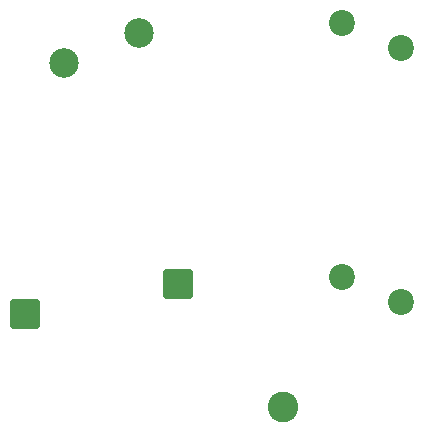
<source format=gbl>
%TF.GenerationSoftware,KiCad,Pcbnew,7.0.0-da2b9df05c~171~ubuntu22.04.1*%
%TF.CreationDate,2023-03-08T14:52:38+00:00*%
%TF.ProjectId,keycap-ruler,6b657963-6170-42d7-9275-6c65722e6b69,rev?*%
%TF.SameCoordinates,Original*%
%TF.FileFunction,Copper,L2,Bot*%
%TF.FilePolarity,Positive*%
%FSLAX46Y46*%
G04 Gerber Fmt 4.6, Leading zero omitted, Abs format (unit mm)*
G04 Created by KiCad (PCBNEW 7.0.0-da2b9df05c~171~ubuntu22.04.1) date 2023-03-08 14:52:38*
%MOMM*%
%LPD*%
G01*
G04 APERTURE LIST*
G04 Aperture macros list*
%AMRoundRect*
0 Rectangle with rounded corners*
0 $1 Rounding radius*
0 $2 $3 $4 $5 $6 $7 $8 $9 X,Y pos of 4 corners*
0 Add a 4 corners polygon primitive as box body*
4,1,4,$2,$3,$4,$5,$6,$7,$8,$9,$2,$3,0*
0 Add four circle primitives for the rounded corners*
1,1,$1+$1,$2,$3*
1,1,$1+$1,$4,$5*
1,1,$1+$1,$6,$7*
1,1,$1+$1,$8,$9*
0 Add four rect primitives between the rounded corners*
20,1,$1+$1,$2,$3,$4,$5,0*
20,1,$1+$1,$4,$5,$6,$7,0*
20,1,$1+$1,$6,$7,$8,$9,0*
20,1,$1+$1,$8,$9,$2,$3,0*%
G04 Aperture macros list end*
%TA.AperFunction,SMDPad,CuDef*%
%ADD10RoundRect,0.250000X-1.025000X-1.000000X1.025000X-1.000000X1.025000X1.000000X-1.025000X1.000000X0*%
%TD*%
%TA.AperFunction,ComponentPad*%
%ADD11C,2.600000*%
%TD*%
%TA.AperFunction,ComponentPad*%
%ADD12C,2.200000*%
%TD*%
%TA.AperFunction,ComponentPad*%
%ADD13C,2.500000*%
%TD*%
G04 APERTURE END LIST*
D10*
X218173000Y-90340000D03*
X231100000Y-87800000D03*
D11*
X240000000Y-98250000D03*
D12*
X245000000Y-87200000D03*
X250000000Y-89300000D03*
X245000000Y-65700000D03*
X250000000Y-67800000D03*
D13*
X221450000Y-69140000D03*
X227800000Y-66600000D03*
M02*

</source>
